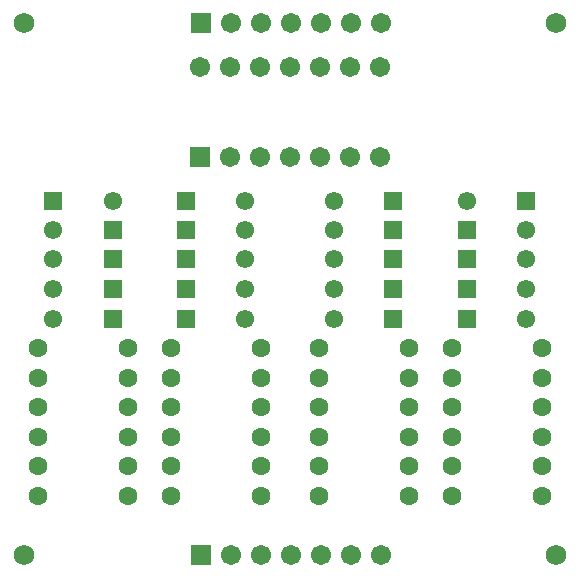
<source format=gts>
%FSTAX23Y23*%
%MOIN*%
%SFA1B1*%

%IPPOS*%
%ADD21C,0.061149*%
%ADD22R,0.061149X0.061149*%
%ADD23C,0.067055*%
%ADD24R,0.067055X0.067055*%
%ADD25C,0.063118*%
%ADD26C,0.068000*%
%ADD27R,0.067055X0.067055*%
%LNlpf-1*%
%LPD*%
G54D21*
X06692Y07381D03*
X06889Y07283D03*
Y07185D03*
Y07086D03*
Y06988D03*
X0625Y07381D03*
Y07283D03*
Y07185D03*
Y07086D03*
Y06988D03*
X05954Y07381D03*
Y07283D03*
Y07185D03*
Y07086D03*
Y06988D03*
X05511Y07381D03*
X05314Y07283D03*
Y07185D03*
Y07086D03*
Y06988D03*
G54D22*
X06889Y07381D03*
X06692Y07283D03*
Y07185D03*
Y07086D03*
Y06988D03*
X06446Y07381D03*
Y07283D03*
Y07185D03*
Y07086D03*
Y06988D03*
X05757Y07381D03*
Y07283D03*
Y07185D03*
Y07086D03*
Y06988D03*
X05314Y07381D03*
X05511Y07283D03*
Y07185D03*
Y07086D03*
Y06988D03*
G54D23*
X06407Y07972D03*
X06307D03*
X06207D03*
X06107D03*
X05907D03*
X06007D03*
X06407Y062D03*
X06307D03*
X06207D03*
X06107D03*
X05907D03*
X06007D03*
X06402Y07827D03*
X06302D03*
X06202D03*
X06102D03*
X06002D03*
X05902D03*
X05802D03*
X06402Y07527D03*
X06302D03*
X06202D03*
X06102D03*
X06002D03*
X05902D03*
G54D24*
X05807Y07972D03*
Y062D03*
G54D25*
X06641Y06889D03*
X06941D03*
X06198D03*
X06498D03*
X06006D03*
X05706D03*
X05563D03*
X05263D03*
X05563Y06791D03*
X05263D03*
X05563Y06397D03*
X05263D03*
Y06496D03*
X05563D03*
Y06594D03*
X05263D03*
Y06692D03*
X05563D03*
X06006Y06397D03*
X05706D03*
X05706Y06496D03*
X06006D03*
X06006Y06594D03*
X05706D03*
X05706Y06692D03*
X06006D03*
X06006Y06791D03*
X05706D03*
X06198Y06397D03*
X06498D03*
X06498Y06496D03*
X06198D03*
X06198Y06594D03*
X06498D03*
X06498Y06692D03*
X06198D03*
X06198Y06791D03*
X06498D03*
X06641Y06397D03*
X06941D03*
Y06496D03*
X06641D03*
Y06594D03*
X06941D03*
Y06692D03*
X06641D03*
Y06791D03*
X06941D03*
G54D26*
X05216Y07972D03*
X06988D03*
Y062D03*
X05216D03*
G54D27*
X05802Y07527D03*
M02*
</source>
